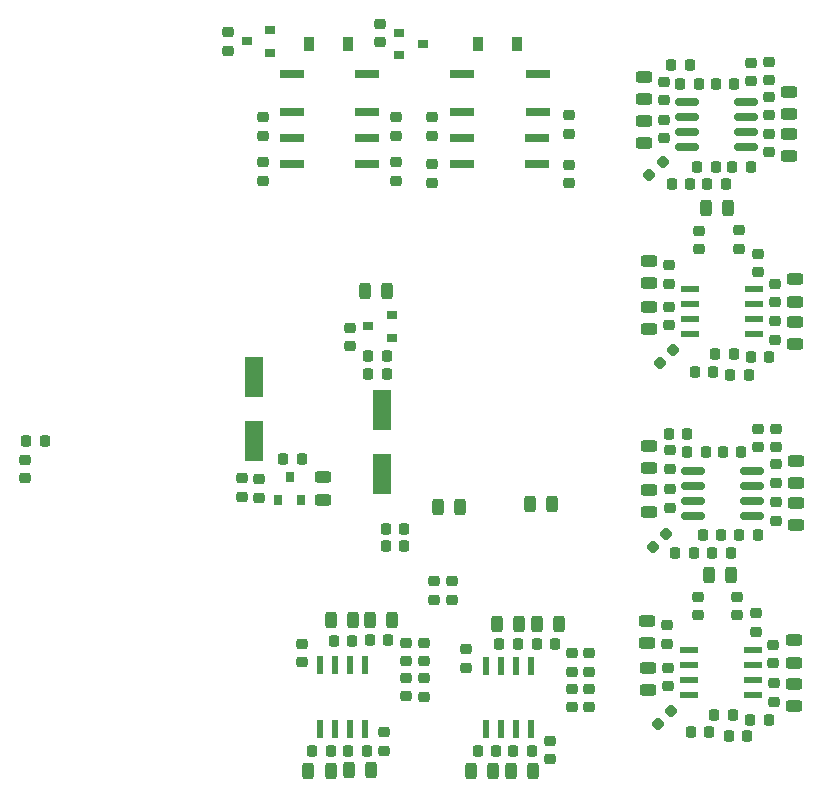
<source format=gbr>
G04 #@! TF.GenerationSoftware,KiCad,Pcbnew,6.0.2+dfsg-1*
G04 #@! TF.CreationDate,2022-08-31T21:38:21+10:00*
G04 #@! TF.ProjectId,AudioInjector.ABS.v1.balanced.preamplifier,41756469-6f49-46e6-9a65-63746f722e41,rev?*
G04 #@! TF.SameCoordinates,Original*
G04 #@! TF.FileFunction,Paste,Top*
G04 #@! TF.FilePolarity,Positive*
%FSLAX45Y45*%
G04 Gerber Fmt 4.5, Leading zero omitted, Abs format (unit mm)*
G04 Created by KiCad (PCBNEW 6.0.2+dfsg-1) date 2022-08-31 21:38:21*
%MOMM*%
%LPD*%
G01*
G04 APERTURE LIST*
G04 Aperture macros list*
%AMRoundRect*
0 Rectangle with rounded corners*
0 $1 Rounding radius*
0 $2 $3 $4 $5 $6 $7 $8 $9 X,Y pos of 4 corners*
0 Add a 4 corners polygon primitive as box body*
4,1,4,$2,$3,$4,$5,$6,$7,$8,$9,$2,$3,0*
0 Add four circle primitives for the rounded corners*
1,1,$1+$1,$2,$3*
1,1,$1+$1,$4,$5*
1,1,$1+$1,$6,$7*
1,1,$1+$1,$8,$9*
0 Add four rect primitives between the rounded corners*
20,1,$1+$1,$2,$3,$4,$5,0*
20,1,$1+$1,$4,$5,$6,$7,0*
20,1,$1+$1,$6,$7,$8,$9,0*
20,1,$1+$1,$8,$9,$2,$3,0*%
G04 Aperture macros list end*
%ADD10R,1.550000X0.600000*%
%ADD11RoundRect,0.218750X-0.256250X0.218750X-0.256250X-0.218750X0.256250X-0.218750X0.256250X0.218750X0*%
%ADD12RoundRect,0.218750X-0.026517X0.335876X-0.335876X0.026517X0.026517X-0.335876X0.335876X-0.026517X0*%
%ADD13RoundRect,0.218750X-0.218750X-0.256250X0.218750X-0.256250X0.218750X0.256250X-0.218750X0.256250X0*%
%ADD14RoundRect,0.218750X0.218750X0.256250X-0.218750X0.256250X-0.218750X-0.256250X0.218750X-0.256250X0*%
%ADD15RoundRect,0.218750X0.256250X-0.218750X0.256250X0.218750X-0.256250X0.218750X-0.256250X-0.218750X0*%
%ADD16R,2.150000X0.800000*%
%ADD17R,0.900000X0.800000*%
%ADD18R,0.900000X1.200000*%
%ADD19RoundRect,0.243750X-0.456250X0.243750X-0.456250X-0.243750X0.456250X-0.243750X0.456250X0.243750X0*%
%ADD20R,1.600000X3.500000*%
%ADD21R,0.600000X1.550000*%
%ADD22R,0.800000X0.900000*%
%ADD23RoundRect,0.243750X-0.243750X-0.456250X0.243750X-0.456250X0.243750X0.456250X-0.243750X0.456250X0*%
%ADD24RoundRect,0.243750X0.456250X-0.243750X0.456250X0.243750X-0.456250X0.243750X-0.456250X-0.243750X0*%
%ADD25RoundRect,0.243750X0.243750X0.456250X-0.243750X0.456250X-0.243750X-0.456250X0.243750X-0.456250X0*%
%ADD26RoundRect,0.150000X0.825000X0.150000X-0.825000X0.150000X-0.825000X-0.150000X0.825000X-0.150000X0*%
G04 APERTURE END LIST*
D10*
X15775000Y-12915500D03*
X15775000Y-12788500D03*
X15775000Y-12661500D03*
X15775000Y-12534500D03*
X15235000Y-12534500D03*
X15235000Y-12661500D03*
X15235000Y-12788500D03*
X15235000Y-12915500D03*
D11*
X15805000Y-12236250D03*
X15805000Y-12393750D03*
D12*
X15091369Y-13053631D03*
X14980000Y-13165000D03*
D13*
X15447500Y-13090000D03*
X15605000Y-13090000D03*
X15747500Y-13115000D03*
X15905000Y-13115000D03*
D14*
X15430000Y-13240000D03*
X15272500Y-13240000D03*
D15*
X15955000Y-12647500D03*
X15955000Y-12490000D03*
X15055000Y-12490000D03*
X15055000Y-12332500D03*
D11*
X15055000Y-12686250D03*
X15055000Y-12843750D03*
X15955000Y-12811250D03*
X15955000Y-12968750D03*
D14*
X15733750Y-13265000D03*
X15576250Y-13265000D03*
D16*
X13942500Y-10717500D03*
X13942500Y-11037500D03*
X13941500Y-11257500D03*
X13941500Y-11477500D03*
X13306500Y-11477500D03*
X13306500Y-11257500D03*
X13306500Y-11037500D03*
X13306500Y-10717500D03*
X12501500Y-10717500D03*
X12501500Y-11037500D03*
X12500500Y-11257500D03*
X12500500Y-11477500D03*
X11865500Y-11477500D03*
X11865500Y-11257500D03*
X11865500Y-11037500D03*
X11865500Y-10717500D03*
D11*
X14210000Y-11062500D03*
X14210000Y-11220000D03*
X14210000Y-11482500D03*
X14210000Y-11640000D03*
X13050000Y-11080000D03*
X13050000Y-11237500D03*
X13050000Y-11480000D03*
X13050000Y-11637500D03*
X12740000Y-11080000D03*
X12740000Y-11237500D03*
X12740000Y-11462500D03*
X12740000Y-11620000D03*
X11620000Y-11082500D03*
X11620000Y-11240000D03*
X11620000Y-11462500D03*
X11620000Y-11620000D03*
D17*
X11680000Y-10535000D03*
X11680000Y-10345000D03*
X11480000Y-10440000D03*
D15*
X12610000Y-10447500D03*
X12610000Y-10290000D03*
X11320000Y-10520000D03*
X11320000Y-10362500D03*
D18*
X13440000Y-10460000D03*
X13770000Y-10460000D03*
X12010000Y-10460000D03*
X12340000Y-10460000D03*
D13*
X15742500Y-16185000D03*
X15900000Y-16185000D03*
D11*
X15945000Y-15876250D03*
X15945000Y-16033750D03*
D12*
X15075685Y-16109315D03*
X14964315Y-16220685D03*
D11*
X15045000Y-15742500D03*
X15045000Y-15900000D03*
D13*
X15440000Y-16145000D03*
X15597500Y-16145000D03*
D14*
X15718750Y-16325000D03*
X15561250Y-16325000D03*
D11*
X15795000Y-15282500D03*
X15795000Y-15440000D03*
D10*
X15765000Y-15975500D03*
X15765000Y-15848500D03*
X15765000Y-15721500D03*
X15765000Y-15594500D03*
X15225000Y-15594500D03*
X15225000Y-15721500D03*
X15225000Y-15848500D03*
X15225000Y-15975500D03*
D15*
X15040000Y-15542500D03*
X15040000Y-15385000D03*
D14*
X15397500Y-16285000D03*
X15240000Y-16285000D03*
D15*
X15940000Y-15705000D03*
X15940000Y-15547500D03*
D17*
X12770000Y-10365000D03*
X12770000Y-10555000D03*
X12970000Y-10460000D03*
D15*
X12640000Y-16448750D03*
X12640000Y-16291250D03*
X11950000Y-15698750D03*
X11950000Y-15541250D03*
D13*
X12522500Y-15505000D03*
X12680000Y-15505000D03*
X12340000Y-16445000D03*
X12497500Y-16445000D03*
D14*
X12373750Y-15520000D03*
X12216250Y-15520000D03*
X12193750Y-16445000D03*
X12036250Y-16445000D03*
D19*
X12127500Y-14131250D03*
X12127500Y-14318750D03*
D15*
X9605000Y-14138750D03*
X9605000Y-13981250D03*
D14*
X9768750Y-13825000D03*
X9611250Y-13825000D03*
X12666250Y-13252500D03*
X12508750Y-13252500D03*
D20*
X12627500Y-13565000D03*
X12627500Y-14105000D03*
D15*
X11437500Y-14295000D03*
X11437500Y-14137500D03*
D20*
X11540000Y-13280000D03*
X11540000Y-13820000D03*
D13*
X12508750Y-13102500D03*
X12666250Y-13102500D03*
X11791250Y-13975000D03*
X11948750Y-13975000D03*
D21*
X12099500Y-16260000D03*
X12226500Y-16260000D03*
X12353500Y-16260000D03*
X12480500Y-16260000D03*
X12480500Y-15720000D03*
X12353500Y-15720000D03*
X12226500Y-15720000D03*
X12099500Y-15720000D03*
D22*
X11747500Y-14325000D03*
X11937500Y-14325000D03*
X11842500Y-14125000D03*
D17*
X12707500Y-12947500D03*
X12707500Y-12757500D03*
X12507500Y-12852500D03*
D15*
X12357500Y-13020000D03*
X12357500Y-12862500D03*
D23*
X12483750Y-12552500D03*
X12671250Y-12552500D03*
D11*
X11587500Y-14146250D03*
X11587500Y-14303750D03*
D13*
X13936250Y-15545000D03*
X14093750Y-15545000D03*
D15*
X13335000Y-15743750D03*
X13335000Y-15586250D03*
D14*
X13775000Y-15545000D03*
X13617500Y-15545000D03*
D11*
X14235000Y-15921250D03*
X14235000Y-16078750D03*
X14380000Y-15921250D03*
X14380000Y-16078750D03*
D13*
X13735000Y-16445000D03*
X13892500Y-16445000D03*
D14*
X13595000Y-16445000D03*
X13437500Y-16445000D03*
D15*
X14235000Y-15780000D03*
X14235000Y-15622500D03*
X14380000Y-15780000D03*
X14380000Y-15622500D03*
D21*
X13504500Y-16265000D03*
X13631500Y-16265000D03*
X13758500Y-16265000D03*
X13885500Y-16265000D03*
X13885500Y-15725000D03*
X13758500Y-15725000D03*
X13631500Y-15725000D03*
X13504500Y-15725000D03*
D11*
X12980000Y-15831250D03*
X12980000Y-15988750D03*
X12830000Y-15827500D03*
X12830000Y-15985000D03*
D15*
X12830000Y-15690000D03*
X12830000Y-15532500D03*
X12980000Y-15687500D03*
X12980000Y-15530000D03*
X14050000Y-16518750D03*
X14050000Y-16361250D03*
X13220000Y-15167500D03*
X13220000Y-15010000D03*
X13070000Y-15168750D03*
X13070000Y-15011250D03*
D13*
X12656250Y-14570000D03*
X12813750Y-14570000D03*
X12657750Y-14716500D03*
X12815250Y-14716500D03*
D24*
X16110000Y-15700000D03*
X16110000Y-15512500D03*
X14872500Y-15537500D03*
X14872500Y-15350000D03*
D19*
X16112500Y-15880000D03*
X16112500Y-16067500D03*
X14877500Y-15747500D03*
X14877500Y-15935000D03*
D24*
X16122500Y-12642500D03*
X16122500Y-12455000D03*
X14885000Y-12486250D03*
X14885000Y-12298750D03*
D19*
X16122500Y-12816250D03*
X16122500Y-13003750D03*
X14885000Y-12687500D03*
X14885000Y-12875000D03*
D23*
X12525000Y-15337500D03*
X12712500Y-15337500D03*
X13937500Y-15375000D03*
X14125000Y-15375000D03*
X13715000Y-16615000D03*
X13902500Y-16615000D03*
D25*
X13787500Y-15375000D03*
X13600000Y-15375000D03*
X13565000Y-16615000D03*
X13377500Y-16615000D03*
D23*
X12343750Y-16612500D03*
X12531250Y-16612500D03*
D25*
X12380000Y-15337500D03*
X12192500Y-15337500D03*
X12190000Y-16615000D03*
X12002500Y-16615000D03*
D11*
X15810000Y-13720000D03*
X15810000Y-13877500D03*
D12*
X15031369Y-14608631D03*
X14920000Y-14720000D03*
D24*
X14890000Y-14050000D03*
X14890000Y-13862500D03*
D19*
X16130000Y-14350000D03*
X16130000Y-14537500D03*
X14890000Y-14240000D03*
X14890000Y-14427500D03*
D13*
X15341250Y-14620000D03*
X15498750Y-14620000D03*
X15650000Y-14620000D03*
X15807500Y-14620000D03*
D15*
X15960000Y-14178750D03*
X15960000Y-14021250D03*
X15060000Y-14060000D03*
X15060000Y-13902500D03*
D11*
X15960000Y-14341250D03*
X15960000Y-14498750D03*
X15060000Y-14231250D03*
X15060000Y-14388750D03*
D14*
X15210000Y-13760000D03*
X15052500Y-13760000D03*
D11*
X15960000Y-13720000D03*
X15960000Y-13877500D03*
D14*
X15367500Y-13920000D03*
X15210000Y-13920000D03*
D13*
X15510000Y-13920000D03*
X15667500Y-13920000D03*
D15*
X15630000Y-15297500D03*
X15630000Y-15140000D03*
D26*
X15757500Y-14460500D03*
X15757500Y-14333500D03*
X15757500Y-14206500D03*
X15757500Y-14079500D03*
X15262500Y-14079500D03*
X15262500Y-14206500D03*
X15262500Y-14333500D03*
X15262500Y-14460500D03*
D24*
X16130000Y-14180000D03*
X16130000Y-13992500D03*
D12*
X15001369Y-11458631D03*
X14890000Y-11570000D03*
D24*
X16070000Y-11057500D03*
X16070000Y-10870000D03*
X14840000Y-10930000D03*
X14840000Y-10742500D03*
D19*
X16070000Y-11226250D03*
X16070000Y-11413750D03*
X14840000Y-11110000D03*
X14840000Y-11297500D03*
D14*
X15267500Y-14770000D03*
X15110000Y-14770000D03*
D15*
X15650000Y-12197500D03*
X15650000Y-12040000D03*
X15310000Y-12198750D03*
X15310000Y-12041250D03*
D13*
X15592500Y-11500000D03*
X15750000Y-11500000D03*
D14*
X15537500Y-11650000D03*
X15380000Y-11650000D03*
X15237500Y-11650000D03*
X15080000Y-11650000D03*
D15*
X15900000Y-11067500D03*
X15900000Y-10910000D03*
X15010000Y-10938750D03*
X15010000Y-10781250D03*
D11*
X15900000Y-11220000D03*
X15900000Y-11377500D03*
X15010000Y-11102500D03*
X15010000Y-11260000D03*
X15900000Y-10612500D03*
X15900000Y-10770000D03*
D14*
X15308750Y-10800000D03*
X15151250Y-10800000D03*
D26*
X15705000Y-11338000D03*
X15705000Y-11211000D03*
X15705000Y-11084000D03*
X15705000Y-10957000D03*
X15210000Y-10957000D03*
X15210000Y-11084000D03*
X15210000Y-11211000D03*
X15210000Y-11338000D03*
D11*
X15750000Y-10620000D03*
X15750000Y-10777500D03*
D14*
X15578750Y-14770000D03*
X15421250Y-14770000D03*
D13*
X15450000Y-10800000D03*
X15607500Y-10800000D03*
D15*
X15300000Y-15300000D03*
X15300000Y-15142500D03*
D14*
X15230000Y-10640000D03*
X15072500Y-10640000D03*
D13*
X15292500Y-11500000D03*
X15450000Y-11500000D03*
D25*
X15578750Y-14955000D03*
X15391250Y-14955000D03*
X15558750Y-11850500D03*
X15371250Y-11850500D03*
D23*
X13876250Y-14360000D03*
X14063750Y-14360000D03*
X13096250Y-14380000D03*
X13283750Y-14380000D03*
M02*

</source>
